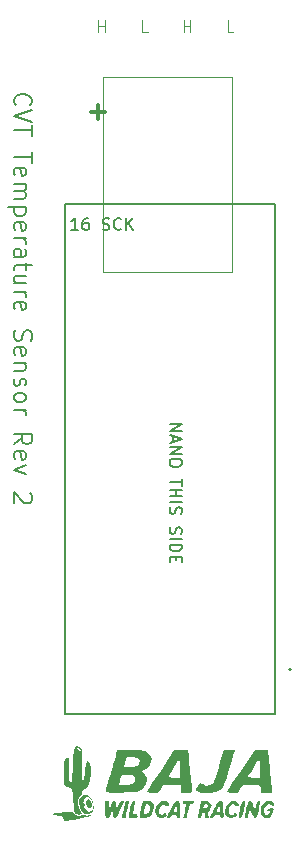
<source format=gbr>
%TF.GenerationSoftware,KiCad,Pcbnew,8.0.6*%
%TF.CreationDate,2025-02-26T18:57:19-07:00*%
%TF.ProjectId,Temperature Sensor,54656d70-6572-4617-9475-72652053656e,rev?*%
%TF.SameCoordinates,Original*%
%TF.FileFunction,Legend,Top*%
%TF.FilePolarity,Positive*%
%FSLAX46Y46*%
G04 Gerber Fmt 4.6, Leading zero omitted, Abs format (unit mm)*
G04 Created by KiCad (PCBNEW 8.0.6) date 2025-02-26 18:57:19*
%MOMM*%
%LPD*%
G01*
G04 APERTURE LIST*
%ADD10C,0.150000*%
%ADD11C,0.300000*%
%ADD12C,0.100000*%
%ADD13C,0.000000*%
%ADD14C,0.127000*%
%ADD15C,0.200000*%
G04 APERTURE END LIST*
D10*
X136860588Y-79369819D02*
X136289160Y-79369819D01*
X136574874Y-79369819D02*
X136574874Y-78369819D01*
X136574874Y-78369819D02*
X136479636Y-78512676D01*
X136479636Y-78512676D02*
X136384398Y-78607914D01*
X136384398Y-78607914D02*
X136289160Y-78655533D01*
X137717731Y-78369819D02*
X137527255Y-78369819D01*
X137527255Y-78369819D02*
X137432017Y-78417438D01*
X137432017Y-78417438D02*
X137384398Y-78465057D01*
X137384398Y-78465057D02*
X137289160Y-78607914D01*
X137289160Y-78607914D02*
X137241541Y-78798390D01*
X137241541Y-78798390D02*
X137241541Y-79179342D01*
X137241541Y-79179342D02*
X137289160Y-79274580D01*
X137289160Y-79274580D02*
X137336779Y-79322200D01*
X137336779Y-79322200D02*
X137432017Y-79369819D01*
X137432017Y-79369819D02*
X137622493Y-79369819D01*
X137622493Y-79369819D02*
X137717731Y-79322200D01*
X137717731Y-79322200D02*
X137765350Y-79274580D01*
X137765350Y-79274580D02*
X137812969Y-79179342D01*
X137812969Y-79179342D02*
X137812969Y-78941247D01*
X137812969Y-78941247D02*
X137765350Y-78846009D01*
X137765350Y-78846009D02*
X137717731Y-78798390D01*
X137717731Y-78798390D02*
X137622493Y-78750771D01*
X137622493Y-78750771D02*
X137432017Y-78750771D01*
X137432017Y-78750771D02*
X137336779Y-78798390D01*
X137336779Y-78798390D02*
X137289160Y-78846009D01*
X137289160Y-78846009D02*
X137241541Y-78941247D01*
X138955827Y-79322200D02*
X139098684Y-79369819D01*
X139098684Y-79369819D02*
X139336779Y-79369819D01*
X139336779Y-79369819D02*
X139432017Y-79322200D01*
X139432017Y-79322200D02*
X139479636Y-79274580D01*
X139479636Y-79274580D02*
X139527255Y-79179342D01*
X139527255Y-79179342D02*
X139527255Y-79084104D01*
X139527255Y-79084104D02*
X139479636Y-78988866D01*
X139479636Y-78988866D02*
X139432017Y-78941247D01*
X139432017Y-78941247D02*
X139336779Y-78893628D01*
X139336779Y-78893628D02*
X139146303Y-78846009D01*
X139146303Y-78846009D02*
X139051065Y-78798390D01*
X139051065Y-78798390D02*
X139003446Y-78750771D01*
X139003446Y-78750771D02*
X138955827Y-78655533D01*
X138955827Y-78655533D02*
X138955827Y-78560295D01*
X138955827Y-78560295D02*
X139003446Y-78465057D01*
X139003446Y-78465057D02*
X139051065Y-78417438D01*
X139051065Y-78417438D02*
X139146303Y-78369819D01*
X139146303Y-78369819D02*
X139384398Y-78369819D01*
X139384398Y-78369819D02*
X139527255Y-78417438D01*
X140527255Y-79274580D02*
X140479636Y-79322200D01*
X140479636Y-79322200D02*
X140336779Y-79369819D01*
X140336779Y-79369819D02*
X140241541Y-79369819D01*
X140241541Y-79369819D02*
X140098684Y-79322200D01*
X140098684Y-79322200D02*
X140003446Y-79226961D01*
X140003446Y-79226961D02*
X139955827Y-79131723D01*
X139955827Y-79131723D02*
X139908208Y-78941247D01*
X139908208Y-78941247D02*
X139908208Y-78798390D01*
X139908208Y-78798390D02*
X139955827Y-78607914D01*
X139955827Y-78607914D02*
X140003446Y-78512676D01*
X140003446Y-78512676D02*
X140098684Y-78417438D01*
X140098684Y-78417438D02*
X140241541Y-78369819D01*
X140241541Y-78369819D02*
X140336779Y-78369819D01*
X140336779Y-78369819D02*
X140479636Y-78417438D01*
X140479636Y-78417438D02*
X140527255Y-78465057D01*
X140955827Y-79369819D02*
X140955827Y-78369819D01*
X141527255Y-79369819D02*
X141098684Y-78798390D01*
X141527255Y-78369819D02*
X140955827Y-78941247D01*
X144630180Y-95836779D02*
X145630180Y-95836779D01*
X145630180Y-95836779D02*
X144630180Y-96408207D01*
X144630180Y-96408207D02*
X145630180Y-96408207D01*
X144915895Y-96836779D02*
X144915895Y-97312969D01*
X144630180Y-96741541D02*
X145630180Y-97074874D01*
X145630180Y-97074874D02*
X144630180Y-97408207D01*
X144630180Y-97741541D02*
X145630180Y-97741541D01*
X145630180Y-97741541D02*
X144630180Y-98312969D01*
X144630180Y-98312969D02*
X145630180Y-98312969D01*
X145630180Y-98979636D02*
X145630180Y-99170112D01*
X145630180Y-99170112D02*
X145582561Y-99265350D01*
X145582561Y-99265350D02*
X145487323Y-99360588D01*
X145487323Y-99360588D02*
X145296847Y-99408207D01*
X145296847Y-99408207D02*
X144963514Y-99408207D01*
X144963514Y-99408207D02*
X144773038Y-99360588D01*
X144773038Y-99360588D02*
X144677800Y-99265350D01*
X144677800Y-99265350D02*
X144630180Y-99170112D01*
X144630180Y-99170112D02*
X144630180Y-98979636D01*
X144630180Y-98979636D02*
X144677800Y-98884398D01*
X144677800Y-98884398D02*
X144773038Y-98789160D01*
X144773038Y-98789160D02*
X144963514Y-98741541D01*
X144963514Y-98741541D02*
X145296847Y-98741541D01*
X145296847Y-98741541D02*
X145487323Y-98789160D01*
X145487323Y-98789160D02*
X145582561Y-98884398D01*
X145582561Y-98884398D02*
X145630180Y-98979636D01*
X145630180Y-100455827D02*
X145630180Y-101027255D01*
X144630180Y-100741541D02*
X145630180Y-100741541D01*
X144630180Y-101360589D02*
X145630180Y-101360589D01*
X145153990Y-101360589D02*
X145153990Y-101932017D01*
X144630180Y-101932017D02*
X145630180Y-101932017D01*
X144630180Y-102408208D02*
X145630180Y-102408208D01*
X144677800Y-102836779D02*
X144630180Y-102979636D01*
X144630180Y-102979636D02*
X144630180Y-103217731D01*
X144630180Y-103217731D02*
X144677800Y-103312969D01*
X144677800Y-103312969D02*
X144725419Y-103360588D01*
X144725419Y-103360588D02*
X144820657Y-103408207D01*
X144820657Y-103408207D02*
X144915895Y-103408207D01*
X144915895Y-103408207D02*
X145011133Y-103360588D01*
X145011133Y-103360588D02*
X145058752Y-103312969D01*
X145058752Y-103312969D02*
X145106371Y-103217731D01*
X145106371Y-103217731D02*
X145153990Y-103027255D01*
X145153990Y-103027255D02*
X145201609Y-102932017D01*
X145201609Y-102932017D02*
X145249228Y-102884398D01*
X145249228Y-102884398D02*
X145344466Y-102836779D01*
X145344466Y-102836779D02*
X145439704Y-102836779D01*
X145439704Y-102836779D02*
X145534942Y-102884398D01*
X145534942Y-102884398D02*
X145582561Y-102932017D01*
X145582561Y-102932017D02*
X145630180Y-103027255D01*
X145630180Y-103027255D02*
X145630180Y-103265350D01*
X145630180Y-103265350D02*
X145582561Y-103408207D01*
X144677800Y-104551065D02*
X144630180Y-104693922D01*
X144630180Y-104693922D02*
X144630180Y-104932017D01*
X144630180Y-104932017D02*
X144677800Y-105027255D01*
X144677800Y-105027255D02*
X144725419Y-105074874D01*
X144725419Y-105074874D02*
X144820657Y-105122493D01*
X144820657Y-105122493D02*
X144915895Y-105122493D01*
X144915895Y-105122493D02*
X145011133Y-105074874D01*
X145011133Y-105074874D02*
X145058752Y-105027255D01*
X145058752Y-105027255D02*
X145106371Y-104932017D01*
X145106371Y-104932017D02*
X145153990Y-104741541D01*
X145153990Y-104741541D02*
X145201609Y-104646303D01*
X145201609Y-104646303D02*
X145249228Y-104598684D01*
X145249228Y-104598684D02*
X145344466Y-104551065D01*
X145344466Y-104551065D02*
X145439704Y-104551065D01*
X145439704Y-104551065D02*
X145534942Y-104598684D01*
X145534942Y-104598684D02*
X145582561Y-104646303D01*
X145582561Y-104646303D02*
X145630180Y-104741541D01*
X145630180Y-104741541D02*
X145630180Y-104979636D01*
X145630180Y-104979636D02*
X145582561Y-105122493D01*
X144630180Y-105551065D02*
X145630180Y-105551065D01*
X144630180Y-106027255D02*
X145630180Y-106027255D01*
X145630180Y-106027255D02*
X145630180Y-106265350D01*
X145630180Y-106265350D02*
X145582561Y-106408207D01*
X145582561Y-106408207D02*
X145487323Y-106503445D01*
X145487323Y-106503445D02*
X145392085Y-106551064D01*
X145392085Y-106551064D02*
X145201609Y-106598683D01*
X145201609Y-106598683D02*
X145058752Y-106598683D01*
X145058752Y-106598683D02*
X144868276Y-106551064D01*
X144868276Y-106551064D02*
X144773038Y-106503445D01*
X144773038Y-106503445D02*
X144677800Y-106408207D01*
X144677800Y-106408207D02*
X144630180Y-106265350D01*
X144630180Y-106265350D02*
X144630180Y-106027255D01*
X145153990Y-107027255D02*
X145153990Y-107360588D01*
X144630180Y-107503445D02*
X144630180Y-107027255D01*
X144630180Y-107027255D02*
X145630180Y-107027255D01*
X145630180Y-107027255D02*
X145630180Y-107503445D01*
D11*
X137994510Y-69369400D02*
X139137368Y-69369400D01*
X138565939Y-69940828D02*
X138565939Y-68797971D01*
D12*
X145803884Y-62622419D02*
X145803884Y-61622419D01*
X145803884Y-62098609D02*
X146375312Y-62098609D01*
X146375312Y-62622419D02*
X146375312Y-61622419D01*
X150030074Y-62622419D02*
X149553884Y-62622419D01*
X149553884Y-62622419D02*
X149553884Y-61622419D01*
X138553884Y-62622419D02*
X138553884Y-61622419D01*
X138553884Y-62098609D02*
X139125312Y-62098609D01*
X139125312Y-62622419D02*
X139125312Y-61622419D01*
D10*
X131584228Y-68812969D02*
X131512800Y-68741541D01*
X131512800Y-68741541D02*
X131441371Y-68527255D01*
X131441371Y-68527255D02*
X131441371Y-68384398D01*
X131441371Y-68384398D02*
X131512800Y-68170112D01*
X131512800Y-68170112D02*
X131655657Y-68027255D01*
X131655657Y-68027255D02*
X131798514Y-67955826D01*
X131798514Y-67955826D02*
X132084228Y-67884398D01*
X132084228Y-67884398D02*
X132298514Y-67884398D01*
X132298514Y-67884398D02*
X132584228Y-67955826D01*
X132584228Y-67955826D02*
X132727085Y-68027255D01*
X132727085Y-68027255D02*
X132869942Y-68170112D01*
X132869942Y-68170112D02*
X132941371Y-68384398D01*
X132941371Y-68384398D02*
X132941371Y-68527255D01*
X132941371Y-68527255D02*
X132869942Y-68741541D01*
X132869942Y-68741541D02*
X132798514Y-68812969D01*
X132941371Y-69241541D02*
X131441371Y-69741541D01*
X131441371Y-69741541D02*
X132941371Y-70241541D01*
X132941371Y-70527255D02*
X132941371Y-71384398D01*
X131441371Y-70955826D02*
X132941371Y-70955826D01*
X132941371Y-72812969D02*
X132941371Y-73670112D01*
X131441371Y-73241540D02*
X132941371Y-73241540D01*
X131512800Y-74741540D02*
X131441371Y-74598683D01*
X131441371Y-74598683D02*
X131441371Y-74312969D01*
X131441371Y-74312969D02*
X131512800Y-74170111D01*
X131512800Y-74170111D02*
X131655657Y-74098683D01*
X131655657Y-74098683D02*
X132227085Y-74098683D01*
X132227085Y-74098683D02*
X132369942Y-74170111D01*
X132369942Y-74170111D02*
X132441371Y-74312969D01*
X132441371Y-74312969D02*
X132441371Y-74598683D01*
X132441371Y-74598683D02*
X132369942Y-74741540D01*
X132369942Y-74741540D02*
X132227085Y-74812969D01*
X132227085Y-74812969D02*
X132084228Y-74812969D01*
X132084228Y-74812969D02*
X131941371Y-74098683D01*
X131441371Y-75455825D02*
X132441371Y-75455825D01*
X132298514Y-75455825D02*
X132369942Y-75527254D01*
X132369942Y-75527254D02*
X132441371Y-75670111D01*
X132441371Y-75670111D02*
X132441371Y-75884397D01*
X132441371Y-75884397D02*
X132369942Y-76027254D01*
X132369942Y-76027254D02*
X132227085Y-76098683D01*
X132227085Y-76098683D02*
X131441371Y-76098683D01*
X132227085Y-76098683D02*
X132369942Y-76170111D01*
X132369942Y-76170111D02*
X132441371Y-76312968D01*
X132441371Y-76312968D02*
X132441371Y-76527254D01*
X132441371Y-76527254D02*
X132369942Y-76670111D01*
X132369942Y-76670111D02*
X132227085Y-76741540D01*
X132227085Y-76741540D02*
X131441371Y-76741540D01*
X132441371Y-77455825D02*
X130941371Y-77455825D01*
X132369942Y-77455825D02*
X132441371Y-77598683D01*
X132441371Y-77598683D02*
X132441371Y-77884397D01*
X132441371Y-77884397D02*
X132369942Y-78027254D01*
X132369942Y-78027254D02*
X132298514Y-78098683D01*
X132298514Y-78098683D02*
X132155657Y-78170111D01*
X132155657Y-78170111D02*
X131727085Y-78170111D01*
X131727085Y-78170111D02*
X131584228Y-78098683D01*
X131584228Y-78098683D02*
X131512800Y-78027254D01*
X131512800Y-78027254D02*
X131441371Y-77884397D01*
X131441371Y-77884397D02*
X131441371Y-77598683D01*
X131441371Y-77598683D02*
X131512800Y-77455825D01*
X131512800Y-79384397D02*
X131441371Y-79241540D01*
X131441371Y-79241540D02*
X131441371Y-78955826D01*
X131441371Y-78955826D02*
X131512800Y-78812968D01*
X131512800Y-78812968D02*
X131655657Y-78741540D01*
X131655657Y-78741540D02*
X132227085Y-78741540D01*
X132227085Y-78741540D02*
X132369942Y-78812968D01*
X132369942Y-78812968D02*
X132441371Y-78955826D01*
X132441371Y-78955826D02*
X132441371Y-79241540D01*
X132441371Y-79241540D02*
X132369942Y-79384397D01*
X132369942Y-79384397D02*
X132227085Y-79455826D01*
X132227085Y-79455826D02*
X132084228Y-79455826D01*
X132084228Y-79455826D02*
X131941371Y-78741540D01*
X131441371Y-80098682D02*
X132441371Y-80098682D01*
X132155657Y-80098682D02*
X132298514Y-80170111D01*
X132298514Y-80170111D02*
X132369942Y-80241540D01*
X132369942Y-80241540D02*
X132441371Y-80384397D01*
X132441371Y-80384397D02*
X132441371Y-80527254D01*
X131441371Y-81670111D02*
X132227085Y-81670111D01*
X132227085Y-81670111D02*
X132369942Y-81598682D01*
X132369942Y-81598682D02*
X132441371Y-81455825D01*
X132441371Y-81455825D02*
X132441371Y-81170111D01*
X132441371Y-81170111D02*
X132369942Y-81027253D01*
X131512800Y-81670111D02*
X131441371Y-81527253D01*
X131441371Y-81527253D02*
X131441371Y-81170111D01*
X131441371Y-81170111D02*
X131512800Y-81027253D01*
X131512800Y-81027253D02*
X131655657Y-80955825D01*
X131655657Y-80955825D02*
X131798514Y-80955825D01*
X131798514Y-80955825D02*
X131941371Y-81027253D01*
X131941371Y-81027253D02*
X132012800Y-81170111D01*
X132012800Y-81170111D02*
X132012800Y-81527253D01*
X132012800Y-81527253D02*
X132084228Y-81670111D01*
X132441371Y-82170111D02*
X132441371Y-82741539D01*
X132941371Y-82384396D02*
X131655657Y-82384396D01*
X131655657Y-82384396D02*
X131512800Y-82455825D01*
X131512800Y-82455825D02*
X131441371Y-82598682D01*
X131441371Y-82598682D02*
X131441371Y-82741539D01*
X132441371Y-83884397D02*
X131441371Y-83884397D01*
X132441371Y-83241539D02*
X131655657Y-83241539D01*
X131655657Y-83241539D02*
X131512800Y-83312968D01*
X131512800Y-83312968D02*
X131441371Y-83455825D01*
X131441371Y-83455825D02*
X131441371Y-83670111D01*
X131441371Y-83670111D02*
X131512800Y-83812968D01*
X131512800Y-83812968D02*
X131584228Y-83884397D01*
X131441371Y-84598682D02*
X132441371Y-84598682D01*
X132155657Y-84598682D02*
X132298514Y-84670111D01*
X132298514Y-84670111D02*
X132369942Y-84741540D01*
X132369942Y-84741540D02*
X132441371Y-84884397D01*
X132441371Y-84884397D02*
X132441371Y-85027254D01*
X131512800Y-86098682D02*
X131441371Y-85955825D01*
X131441371Y-85955825D02*
X131441371Y-85670111D01*
X131441371Y-85670111D02*
X131512800Y-85527253D01*
X131512800Y-85527253D02*
X131655657Y-85455825D01*
X131655657Y-85455825D02*
X132227085Y-85455825D01*
X132227085Y-85455825D02*
X132369942Y-85527253D01*
X132369942Y-85527253D02*
X132441371Y-85670111D01*
X132441371Y-85670111D02*
X132441371Y-85955825D01*
X132441371Y-85955825D02*
X132369942Y-86098682D01*
X132369942Y-86098682D02*
X132227085Y-86170111D01*
X132227085Y-86170111D02*
X132084228Y-86170111D01*
X132084228Y-86170111D02*
X131941371Y-85455825D01*
X131512800Y-87884396D02*
X131441371Y-88098682D01*
X131441371Y-88098682D02*
X131441371Y-88455824D01*
X131441371Y-88455824D02*
X131512800Y-88598682D01*
X131512800Y-88598682D02*
X131584228Y-88670110D01*
X131584228Y-88670110D02*
X131727085Y-88741539D01*
X131727085Y-88741539D02*
X131869942Y-88741539D01*
X131869942Y-88741539D02*
X132012800Y-88670110D01*
X132012800Y-88670110D02*
X132084228Y-88598682D01*
X132084228Y-88598682D02*
X132155657Y-88455824D01*
X132155657Y-88455824D02*
X132227085Y-88170110D01*
X132227085Y-88170110D02*
X132298514Y-88027253D01*
X132298514Y-88027253D02*
X132369942Y-87955824D01*
X132369942Y-87955824D02*
X132512800Y-87884396D01*
X132512800Y-87884396D02*
X132655657Y-87884396D01*
X132655657Y-87884396D02*
X132798514Y-87955824D01*
X132798514Y-87955824D02*
X132869942Y-88027253D01*
X132869942Y-88027253D02*
X132941371Y-88170110D01*
X132941371Y-88170110D02*
X132941371Y-88527253D01*
X132941371Y-88527253D02*
X132869942Y-88741539D01*
X131512800Y-89955824D02*
X131441371Y-89812967D01*
X131441371Y-89812967D02*
X131441371Y-89527253D01*
X131441371Y-89527253D02*
X131512800Y-89384395D01*
X131512800Y-89384395D02*
X131655657Y-89312967D01*
X131655657Y-89312967D02*
X132227085Y-89312967D01*
X132227085Y-89312967D02*
X132369942Y-89384395D01*
X132369942Y-89384395D02*
X132441371Y-89527253D01*
X132441371Y-89527253D02*
X132441371Y-89812967D01*
X132441371Y-89812967D02*
X132369942Y-89955824D01*
X132369942Y-89955824D02*
X132227085Y-90027253D01*
X132227085Y-90027253D02*
X132084228Y-90027253D01*
X132084228Y-90027253D02*
X131941371Y-89312967D01*
X132441371Y-90670109D02*
X131441371Y-90670109D01*
X132298514Y-90670109D02*
X132369942Y-90741538D01*
X132369942Y-90741538D02*
X132441371Y-90884395D01*
X132441371Y-90884395D02*
X132441371Y-91098681D01*
X132441371Y-91098681D02*
X132369942Y-91241538D01*
X132369942Y-91241538D02*
X132227085Y-91312967D01*
X132227085Y-91312967D02*
X131441371Y-91312967D01*
X131512800Y-91955824D02*
X131441371Y-92098681D01*
X131441371Y-92098681D02*
X131441371Y-92384395D01*
X131441371Y-92384395D02*
X131512800Y-92527252D01*
X131512800Y-92527252D02*
X131655657Y-92598681D01*
X131655657Y-92598681D02*
X131727085Y-92598681D01*
X131727085Y-92598681D02*
X131869942Y-92527252D01*
X131869942Y-92527252D02*
X131941371Y-92384395D01*
X131941371Y-92384395D02*
X131941371Y-92170110D01*
X131941371Y-92170110D02*
X132012800Y-92027252D01*
X132012800Y-92027252D02*
X132155657Y-91955824D01*
X132155657Y-91955824D02*
X132227085Y-91955824D01*
X132227085Y-91955824D02*
X132369942Y-92027252D01*
X132369942Y-92027252D02*
X132441371Y-92170110D01*
X132441371Y-92170110D02*
X132441371Y-92384395D01*
X132441371Y-92384395D02*
X132369942Y-92527252D01*
X131441371Y-93455824D02*
X131512800Y-93312967D01*
X131512800Y-93312967D02*
X131584228Y-93241538D01*
X131584228Y-93241538D02*
X131727085Y-93170110D01*
X131727085Y-93170110D02*
X132155657Y-93170110D01*
X132155657Y-93170110D02*
X132298514Y-93241538D01*
X132298514Y-93241538D02*
X132369942Y-93312967D01*
X132369942Y-93312967D02*
X132441371Y-93455824D01*
X132441371Y-93455824D02*
X132441371Y-93670110D01*
X132441371Y-93670110D02*
X132369942Y-93812967D01*
X132369942Y-93812967D02*
X132298514Y-93884396D01*
X132298514Y-93884396D02*
X132155657Y-93955824D01*
X132155657Y-93955824D02*
X131727085Y-93955824D01*
X131727085Y-93955824D02*
X131584228Y-93884396D01*
X131584228Y-93884396D02*
X131512800Y-93812967D01*
X131512800Y-93812967D02*
X131441371Y-93670110D01*
X131441371Y-93670110D02*
X131441371Y-93455824D01*
X131441371Y-94598681D02*
X132441371Y-94598681D01*
X132155657Y-94598681D02*
X132298514Y-94670110D01*
X132298514Y-94670110D02*
X132369942Y-94741539D01*
X132369942Y-94741539D02*
X132441371Y-94884396D01*
X132441371Y-94884396D02*
X132441371Y-95027253D01*
X131441371Y-97527252D02*
X132155657Y-97027252D01*
X131441371Y-96670109D02*
X132941371Y-96670109D01*
X132941371Y-96670109D02*
X132941371Y-97241538D01*
X132941371Y-97241538D02*
X132869942Y-97384395D01*
X132869942Y-97384395D02*
X132798514Y-97455824D01*
X132798514Y-97455824D02*
X132655657Y-97527252D01*
X132655657Y-97527252D02*
X132441371Y-97527252D01*
X132441371Y-97527252D02*
X132298514Y-97455824D01*
X132298514Y-97455824D02*
X132227085Y-97384395D01*
X132227085Y-97384395D02*
X132155657Y-97241538D01*
X132155657Y-97241538D02*
X132155657Y-96670109D01*
X131512800Y-98741538D02*
X131441371Y-98598681D01*
X131441371Y-98598681D02*
X131441371Y-98312967D01*
X131441371Y-98312967D02*
X131512800Y-98170109D01*
X131512800Y-98170109D02*
X131655657Y-98098681D01*
X131655657Y-98098681D02*
X132227085Y-98098681D01*
X132227085Y-98098681D02*
X132369942Y-98170109D01*
X132369942Y-98170109D02*
X132441371Y-98312967D01*
X132441371Y-98312967D02*
X132441371Y-98598681D01*
X132441371Y-98598681D02*
X132369942Y-98741538D01*
X132369942Y-98741538D02*
X132227085Y-98812967D01*
X132227085Y-98812967D02*
X132084228Y-98812967D01*
X132084228Y-98812967D02*
X131941371Y-98098681D01*
X132441371Y-99312966D02*
X131441371Y-99670109D01*
X131441371Y-99670109D02*
X132441371Y-100027252D01*
X132798514Y-101670109D02*
X132869942Y-101741537D01*
X132869942Y-101741537D02*
X132941371Y-101884395D01*
X132941371Y-101884395D02*
X132941371Y-102241537D01*
X132941371Y-102241537D02*
X132869942Y-102384395D01*
X132869942Y-102384395D02*
X132798514Y-102455823D01*
X132798514Y-102455823D02*
X132655657Y-102527252D01*
X132655657Y-102527252D02*
X132512800Y-102527252D01*
X132512800Y-102527252D02*
X132298514Y-102455823D01*
X132298514Y-102455823D02*
X131441371Y-101598680D01*
X131441371Y-101598680D02*
X131441371Y-102527252D01*
D12*
X142780074Y-62622419D02*
X142303884Y-62622419D01*
X142303884Y-62622419D02*
X142303884Y-61622419D01*
%TO.C,UNIT_3*%
X149940000Y-82920000D02*
X138940000Y-82920000D01*
X138940000Y-66420000D01*
X149940000Y-66420000D01*
X149940000Y-82920000D01*
D13*
%TO.C,G\u002A\u002A\u002A*%
G36*
X137849652Y-127636464D02*
G01*
X137952118Y-127777298D01*
X138018304Y-127960629D01*
X138027709Y-128144405D01*
X138021552Y-128175236D01*
X137947244Y-128311477D01*
X137836831Y-128339719D01*
X137715052Y-128263076D01*
X137624596Y-128125262D01*
X137560159Y-127916250D01*
X137565658Y-127735397D01*
X137634994Y-127613829D01*
X137731409Y-127580174D01*
X137849652Y-127636464D01*
G37*
G36*
X150957772Y-127710167D02*
G01*
X151000893Y-127733375D01*
X151016623Y-127796401D01*
X151004794Y-127919164D01*
X150965236Y-128121582D01*
X150897780Y-128423575D01*
X150880710Y-128498628D01*
X150811382Y-128789312D01*
X150755864Y-128977888D01*
X150704498Y-129086742D01*
X150647628Y-129138258D01*
X150598720Y-129152286D01*
X150487800Y-129137686D01*
X150460848Y-129090987D01*
X150473704Y-128997978D01*
X150508416Y-128811267D01*
X150559204Y-128560781D01*
X150602392Y-128358152D01*
X150668095Y-128066411D01*
X150719312Y-127877234D01*
X150765593Y-127768802D01*
X150816485Y-127719297D01*
X150881539Y-127706900D01*
X150887429Y-127706858D01*
X150957772Y-127710167D01*
G37*
G36*
X141177322Y-127727591D02*
G01*
X141191738Y-127803555D01*
X141187817Y-127817706D01*
X141160754Y-127922660D01*
X141116800Y-128109133D01*
X141063203Y-128344470D01*
X141007209Y-128596015D01*
X140956066Y-128831116D01*
X140917021Y-129017117D01*
X140897322Y-129121364D01*
X140896260Y-129131374D01*
X140841788Y-129155475D01*
X140733637Y-129163716D01*
X140616641Y-129143443D01*
X140598012Y-129069312D01*
X140602080Y-129052868D01*
X140628619Y-128945621D01*
X140674686Y-128747498D01*
X140732705Y-128491373D01*
X140769902Y-128324439D01*
X140834346Y-128042866D01*
X140884311Y-127862884D01*
X140930543Y-127761936D01*
X140983785Y-127717465D01*
X141054783Y-127706916D01*
X141064082Y-127706858D01*
X141177322Y-127727591D01*
G37*
G36*
X141653362Y-127712554D02*
G01*
X141696825Y-127744190D01*
X141707361Y-127823590D01*
X141685737Y-127972575D01*
X141632717Y-128212970D01*
X141598979Y-128356110D01*
X141482584Y-128847007D01*
X141696155Y-128847007D01*
X141842541Y-128859929D01*
X141900974Y-128917304D01*
X141909726Y-129005361D01*
X141901679Y-129093123D01*
X141857707Y-129140506D01*
X141748062Y-129159904D01*
X141542997Y-129163712D01*
X141529676Y-129163716D01*
X141287307Y-129151845D01*
X141166002Y-129115773D01*
X141149626Y-129086581D01*
X141162463Y-128995507D01*
X141197129Y-128810476D01*
X141247856Y-128561170D01*
X141291170Y-128358152D01*
X141356873Y-128066411D01*
X141408090Y-127877234D01*
X141454371Y-127768802D01*
X141505263Y-127719297D01*
X141570317Y-127706900D01*
X141576207Y-127706858D01*
X141653362Y-127712554D01*
G37*
G36*
X144355407Y-127763633D02*
G01*
X144443392Y-127833541D01*
X144547560Y-127985184D01*
X144550654Y-128099614D01*
X144474880Y-128152403D01*
X144342443Y-128119121D01*
X144247058Y-128049528D01*
X144098141Y-127977697D01*
X143954755Y-128026957D01*
X143827040Y-128191798D01*
X143776174Y-128305366D01*
X143715237Y-128550847D01*
X143729779Y-128740533D01*
X143809125Y-128857390D01*
X143942601Y-128884384D01*
X144098129Y-128819119D01*
X144211454Y-128759435D01*
X144284349Y-128781512D01*
X144324681Y-128824942D01*
X144368261Y-128909187D01*
X144322552Y-128989776D01*
X144260131Y-129044292D01*
X144049326Y-129144385D01*
X143813944Y-129150905D01*
X143604556Y-129064512D01*
X143569319Y-129035279D01*
X143428107Y-128843057D01*
X143386300Y-128608739D01*
X143430330Y-128338771D01*
X143547546Y-128066995D01*
X143721576Y-127862165D01*
X143929506Y-127735709D01*
X144148421Y-127699056D01*
X144355407Y-127763633D01*
G37*
G36*
X146455012Y-127710389D02*
G01*
X146586365Y-127726268D01*
X146645695Y-127762426D01*
X146660296Y-127826793D01*
X146660350Y-127833541D01*
X146622098Y-127933843D01*
X146506264Y-127960224D01*
X146432972Y-127963375D01*
X146379725Y-127986870D01*
X146336976Y-128051777D01*
X146295178Y-128179164D01*
X146244782Y-128390095D01*
X146183314Y-128672818D01*
X146126885Y-128919055D01*
X146079861Y-129065891D01*
X146028931Y-129138555D01*
X145960786Y-129162278D01*
X145924355Y-129163716D01*
X145813600Y-129143279D01*
X145796567Y-129058646D01*
X145803985Y-129021197D01*
X145894675Y-128625710D01*
X145959176Y-128339808D01*
X146000488Y-128149800D01*
X146021610Y-128041995D01*
X146025997Y-128007730D01*
X145972666Y-127971517D01*
X145874509Y-127960224D01*
X145764316Y-127939117D01*
X145749775Y-127856875D01*
X145755213Y-127833541D01*
X145787817Y-127765898D01*
X145860819Y-127727535D01*
X146003640Y-127710508D01*
X146224346Y-127706858D01*
X146455012Y-127710389D01*
G37*
G36*
X150205096Y-127742300D02*
G01*
X150356917Y-127829925D01*
X150468548Y-127941676D01*
X150506446Y-128049500D01*
X150495417Y-128082218D01*
X150396028Y-128144352D01*
X150269040Y-128132874D01*
X150184576Y-128055237D01*
X150100219Y-127967430D01*
X149974280Y-127974556D01*
X149838520Y-128068257D01*
X149763396Y-128166085D01*
X149670025Y-128385006D01*
X149641540Y-128603717D01*
X149680018Y-128780775D01*
X149729380Y-128844485D01*
X149842465Y-128884712D01*
X149973941Y-128871813D01*
X150066737Y-128816721D01*
X150080798Y-128777169D01*
X150125728Y-128751538D01*
X150205123Y-128782403D01*
X150293289Y-128874702D01*
X150264332Y-128980865D01*
X150123867Y-129083372D01*
X150106004Y-129091794D01*
X149839435Y-129159628D01*
X149606387Y-129106038D01*
X149476174Y-129008241D01*
X149350908Y-128802172D01*
X149319253Y-128555500D01*
X149368684Y-128296792D01*
X149486681Y-128054615D01*
X149660720Y-127857537D01*
X149878280Y-127734126D01*
X150046628Y-127706858D01*
X150205096Y-127742300D01*
G37*
G36*
X142975056Y-127751421D02*
G01*
X143177429Y-127882283D01*
X143285523Y-128095199D01*
X143303144Y-128258218D01*
X143247337Y-128592767D01*
X143089807Y-128862710D01*
X142844941Y-129054103D01*
X142527127Y-129152999D01*
X142368953Y-129163617D01*
X142193751Y-129152678D01*
X142114195Y-129111540D01*
X142099392Y-129052868D01*
X142112518Y-128945842D01*
X142144865Y-128766204D01*
X142433913Y-128766204D01*
X142444479Y-128837209D01*
X142529849Y-128853361D01*
X142654426Y-128821932D01*
X142782609Y-128750198D01*
X142855253Y-128680111D01*
X142954477Y-128490956D01*
X142985750Y-128289455D01*
X142948515Y-128117257D01*
X142864015Y-128025794D01*
X142736988Y-127972621D01*
X142653865Y-127991367D01*
X142595221Y-128099848D01*
X142541636Y-128315878D01*
X142540193Y-128322813D01*
X142494047Y-128533908D01*
X142453644Y-128699647D01*
X142433913Y-128766204D01*
X142144865Y-128766204D01*
X142148116Y-128748149D01*
X142200022Y-128492524D01*
X142236546Y-128324439D01*
X142374058Y-127706858D01*
X142683175Y-127706858D01*
X142975056Y-127751421D01*
G37*
G36*
X136345947Y-128652296D02*
G01*
X136418434Y-128672053D01*
X136445154Y-128703547D01*
X136518528Y-128783546D01*
X136663031Y-128881410D01*
X136723672Y-128914410D01*
X136885997Y-128989091D01*
X136990873Y-129003137D01*
X137089953Y-128960302D01*
X137117041Y-128943004D01*
X137255371Y-128881889D01*
X137407855Y-128897756D01*
X137466389Y-128916556D01*
X137659112Y-128954340D01*
X137831507Y-128945843D01*
X137950525Y-128933125D01*
X137969132Y-128982256D01*
X137903991Y-129011441D01*
X137737934Y-129056111D01*
X137495119Y-129111618D01*
X137199703Y-129173312D01*
X136875844Y-129236546D01*
X136547700Y-129296670D01*
X136239427Y-129349035D01*
X135975184Y-129388994D01*
X135779128Y-129411897D01*
X135718080Y-129415433D01*
X135660116Y-129361051D01*
X135638903Y-129231548D01*
X135630182Y-129125834D01*
X135584171Y-129061557D01*
X135471100Y-129017868D01*
X135274689Y-128976489D01*
X135036477Y-128927714D01*
X134819257Y-128877779D01*
X134720449Y-128851781D01*
X134530424Y-128796598D01*
X134720449Y-128786449D01*
X134858300Y-128775849D01*
X135088728Y-128754754D01*
X135378367Y-128726328D01*
X135661407Y-128697166D01*
X135987874Y-128665019D01*
X136209240Y-128650007D01*
X136345947Y-128652296D01*
G37*
G36*
X153207495Y-127742935D02*
G01*
X153375410Y-127833063D01*
X153483010Y-127950087D01*
X153501247Y-128016789D01*
X153451670Y-128093228D01*
X153337711Y-128114441D01*
X153211533Y-128074864D01*
X153179918Y-128051055D01*
X153028503Y-127980662D01*
X152877139Y-128029111D01*
X152742338Y-128189636D01*
X152715589Y-128241327D01*
X152639537Y-128471473D01*
X152630229Y-128672378D01*
X152676953Y-128824111D01*
X152768995Y-128906737D01*
X152895641Y-128900323D01*
X153021661Y-128810812D01*
X153111341Y-128687080D01*
X153088575Y-128612850D01*
X152989870Y-128593641D01*
X152888897Y-128559520D01*
X152879568Y-128482793D01*
X152943683Y-128411780D01*
X153075882Y-128362808D01*
X153231617Y-128341225D01*
X153366340Y-128352378D01*
X153435500Y-128401615D01*
X153437552Y-128415809D01*
X153405842Y-128622543D01*
X153327210Y-128839370D01*
X153224056Y-129012192D01*
X153167983Y-129066836D01*
X152961031Y-129149870D01*
X152731289Y-129151880D01*
X152533045Y-129075121D01*
X152489392Y-129038643D01*
X152357929Y-128827212D01*
X152318562Y-128574919D01*
X152359741Y-128310680D01*
X152469916Y-128063412D01*
X152637538Y-127862034D01*
X152851057Y-127735463D01*
X153021312Y-127706858D01*
X153207495Y-127742935D01*
G37*
G36*
X149020255Y-127711094D02*
G01*
X149075902Y-127740704D01*
X149109440Y-127821035D01*
X149131580Y-127977438D01*
X149152577Y-128229426D01*
X149179115Y-128592223D01*
X149191882Y-128847467D01*
X149189332Y-129013698D01*
X149169920Y-129109457D01*
X149132102Y-129153283D01*
X149074720Y-129163716D01*
X148963260Y-129110216D01*
X148922296Y-129037032D01*
X148860142Y-128943914D01*
X148718542Y-128911192D01*
X148676778Y-128910349D01*
X148476818Y-128951378D01*
X148385274Y-129037032D01*
X148299995Y-129113591D01*
X148184156Y-129161837D01*
X148086407Y-129167976D01*
X148053866Y-129130990D01*
X148080670Y-129064998D01*
X148153762Y-128908936D01*
X148262158Y-128685732D01*
X148304179Y-128601063D01*
X148636469Y-128601063D01*
X148699482Y-128652436D01*
X148750624Y-128656982D01*
X148827915Y-128639735D01*
X148864952Y-128566822D01*
X148874827Y-128406490D01*
X148874652Y-128356110D01*
X148871997Y-128055237D01*
X148750624Y-128276932D01*
X148653516Y-128480771D01*
X148636469Y-128601063D01*
X148304179Y-128601063D01*
X148394876Y-128418316D01*
X148402774Y-128402561D01*
X148551753Y-128109899D01*
X148660391Y-127912891D01*
X148742897Y-127792850D01*
X148813479Y-127731094D01*
X148886344Y-127708936D01*
X148931790Y-127706858D01*
X149020255Y-127711094D01*
G37*
G36*
X149898150Y-123401721D02*
G01*
X150065337Y-123407262D01*
X150142270Y-123415129D01*
X150144140Y-123416644D01*
X150127466Y-123479681D01*
X150080685Y-123647311D01*
X150008653Y-123902368D01*
X149916231Y-124227683D01*
X149808276Y-124606089D01*
X149738362Y-124850451D01*
X149582521Y-125382819D01*
X149448838Y-125807019D01*
X149329880Y-126138063D01*
X149218217Y-126390961D01*
X149106415Y-126580724D01*
X148987042Y-126722365D01*
X148852667Y-126830894D01*
X148718953Y-126909446D01*
X148456025Y-127000201D01*
X148117854Y-127052140D01*
X147750230Y-127063864D01*
X147398940Y-127033978D01*
X147109773Y-126961085D01*
X147103741Y-126958702D01*
X146916407Y-126865394D01*
X146838881Y-126764133D01*
X146866817Y-126630738D01*
X146995866Y-126441029D01*
X147007933Y-126425820D01*
X147181857Y-126207847D01*
X147412001Y-126327931D01*
X147687388Y-126414257D01*
X147965738Y-126404053D01*
X148207034Y-126301420D01*
X148280828Y-126238895D01*
X148370625Y-126097107D01*
X148478204Y-125835965D01*
X148604411Y-125453245D01*
X148686906Y-125173192D01*
X148791264Y-124807909D01*
X148895130Y-124445829D01*
X148988072Y-124123224D01*
X149059658Y-123876365D01*
X149074036Y-123827182D01*
X149199380Y-123399626D01*
X149671760Y-123399626D01*
X149898150Y-123401721D01*
G37*
G36*
X147894099Y-127748215D02*
G01*
X148083145Y-127860966D01*
X148173425Y-128028130D01*
X148155549Y-128232728D01*
X148026619Y-128450148D01*
X147925582Y-128600187D01*
X147896407Y-128755876D01*
X147908276Y-128898399D01*
X147924104Y-129065560D01*
X147902887Y-129142472D01*
X147831572Y-129163277D01*
X147806851Y-129163716D01*
X147716757Y-129152912D01*
X147660095Y-129099956D01*
X147616109Y-128974027D01*
X147582887Y-128831172D01*
X147524409Y-128689744D01*
X147449901Y-128663998D01*
X147378440Y-128747896D01*
X147332784Y-128910349D01*
X147287711Y-129084899D01*
X147217174Y-129157642D01*
X147176891Y-129163716D01*
X147059293Y-129145195D01*
X147023650Y-129125852D01*
X147003638Y-129038899D01*
X147008833Y-129015004D01*
X147031644Y-128924952D01*
X147074387Y-128741645D01*
X147130025Y-128495607D01*
X147168023Y-128324439D01*
X147188040Y-128233634D01*
X147484761Y-128233634D01*
X147514568Y-128316056D01*
X147626184Y-128331717D01*
X147657980Y-128328646D01*
X147788545Y-128288213D01*
X147831059Y-128185394D01*
X147832170Y-128151117D01*
X147789799Y-128011824D01*
X147713077Y-127970695D01*
X147579793Y-127998595D01*
X147499208Y-128125276D01*
X147484761Y-128233634D01*
X147188040Y-128233634D01*
X147304165Y-127706858D01*
X147615674Y-127706858D01*
X147894099Y-127748215D01*
G37*
G36*
X151519941Y-127723388D02*
G01*
X151583573Y-127790112D01*
X151644939Y-127932729D01*
X151707912Y-128134414D01*
X151833036Y-128561970D01*
X151926971Y-128150249D01*
X151986169Y-127921561D01*
X152042690Y-127790953D01*
X152111274Y-127731026D01*
X152159331Y-127718288D01*
X152233310Y-127716029D01*
X152276722Y-127747477D01*
X152289397Y-127830839D01*
X152271162Y-127984318D01*
X152221847Y-128226121D01*
X152151692Y-128530299D01*
X152081666Y-128812673D01*
X152025217Y-128993494D01*
X151972052Y-129095621D01*
X151911875Y-129141914D01*
X151871774Y-129151901D01*
X151789399Y-129146721D01*
X151728109Y-129085418D01*
X151669708Y-128942006D01*
X151627850Y-128803521D01*
X151551761Y-128550162D01*
X151496906Y-128416361D01*
X151452837Y-128399017D01*
X151409105Y-128495031D01*
X151355263Y-128701303D01*
X151350502Y-128721231D01*
X151289471Y-128948643D01*
X151232101Y-129078492D01*
X151162959Y-129138447D01*
X151110100Y-129152286D01*
X150999437Y-129154345D01*
X150967581Y-129135780D01*
X150980669Y-129058443D01*
X151015105Y-128890410D01*
X151063653Y-128664399D01*
X151119075Y-128413129D01*
X151174135Y-128169319D01*
X151221594Y-127965687D01*
X151254215Y-127834953D01*
X151259139Y-127817706D01*
X151343921Y-127727923D01*
X151437807Y-127706858D01*
X151519941Y-127723388D01*
G37*
G36*
X145354643Y-127711107D02*
G01*
X145408252Y-127740275D01*
X145441187Y-127818989D01*
X145463014Y-127971880D01*
X145483299Y-128223576D01*
X145486048Y-128261097D01*
X145506080Y-128533217D01*
X145523968Y-128773392D01*
X145536689Y-128941114D01*
X145539240Y-128973691D01*
X145519935Y-129100691D01*
X145416230Y-129151256D01*
X145409352Y-129152286D01*
X145297774Y-129140286D01*
X145266836Y-129042935D01*
X145266833Y-129041438D01*
X145246616Y-128955406D01*
X145163362Y-128917712D01*
X145017735Y-128910349D01*
X144841299Y-128926609D01*
X144751921Y-128986097D01*
X144728429Y-129037032D01*
X144635414Y-129143488D01*
X144534136Y-129163716D01*
X144417047Y-129149876D01*
X144380050Y-129124370D01*
X144407659Y-129056122D01*
X144482929Y-128898830D01*
X144594523Y-128675558D01*
X144619647Y-128626593D01*
X144950125Y-128626593D01*
X145000272Y-128654116D01*
X145106475Y-128653165D01*
X145202375Y-128627878D01*
X145224602Y-128609476D01*
X145233043Y-128521944D01*
X145218910Y-128362313D01*
X145210704Y-128308603D01*
X145168219Y-128055237D01*
X145059172Y-128325721D01*
X144994139Y-128493066D01*
X144955129Y-128605100D01*
X144950125Y-128626593D01*
X144619647Y-128626593D01*
X144731106Y-128409368D01*
X144738079Y-128395941D01*
X144891775Y-128104899D01*
X145004062Y-127909122D01*
X145089247Y-127790101D01*
X145161639Y-127729327D01*
X145235547Y-127708294D01*
X145270797Y-127706858D01*
X145354643Y-127711107D01*
G37*
G36*
X137803441Y-127314439D02*
G01*
X137867941Y-127374314D01*
X138042033Y-127592816D01*
X138148656Y-127793801D01*
X138172569Y-127906140D01*
X138147997Y-127902915D01*
X138084904Y-127807717D01*
X138030050Y-127705688D01*
X137882489Y-127484224D01*
X137731488Y-127389083D01*
X137578950Y-127397257D01*
X137452654Y-127470507D01*
X137393586Y-127578987D01*
X137399640Y-127630724D01*
X137377792Y-127728800D01*
X137309566Y-127805069D01*
X137240647Y-127866623D01*
X137276105Y-127867452D01*
X137293297Y-127861785D01*
X137380295Y-127883497D01*
X137438207Y-127980203D01*
X137448020Y-128100616D01*
X137410395Y-128177660D01*
X137351944Y-128272723D01*
X137405180Y-128316970D01*
X137455588Y-128317401D01*
X137555616Y-128365999D01*
X137607628Y-128466957D01*
X137643056Y-128561557D01*
X137661536Y-128561970D01*
X137698556Y-128555729D01*
X137762863Y-128621583D01*
X137831384Y-128687605D01*
X137855861Y-128669089D01*
X137906817Y-128601865D01*
X137948956Y-128593641D01*
X138025520Y-128536062D01*
X138107383Y-128382102D01*
X138139927Y-128292768D01*
X138237803Y-127991895D01*
X138210378Y-128267323D01*
X138134779Y-128540842D01*
X137985184Y-128734979D01*
X137784895Y-128839105D01*
X137557215Y-128842591D01*
X137325446Y-128734809D01*
X137274955Y-128693995D01*
X137113289Y-128483518D01*
X136998064Y-128202264D01*
X136947388Y-127902928D01*
X136952723Y-127756297D01*
X137033142Y-127501405D01*
X137184428Y-127318919D01*
X137380577Y-127219694D01*
X137595583Y-127214583D01*
X137803441Y-127314439D01*
G37*
G36*
X153113508Y-124935661D02*
G01*
X153155530Y-125379912D01*
X153195737Y-125796652D01*
X153232009Y-126164537D01*
X153262223Y-126462219D01*
X153284259Y-126668353D01*
X153292894Y-126740898D01*
X153328442Y-127010100D01*
X152844770Y-127010100D01*
X152361098Y-127010100D01*
X152361098Y-126793584D01*
X152357564Y-126622839D01*
X152333367Y-126506555D01*
X152268106Y-126434323D01*
X152141385Y-126395731D01*
X151932805Y-126380370D01*
X151621970Y-126377828D01*
X151546715Y-126377940D01*
X150809227Y-126379197D01*
X150621947Y-126694648D01*
X150434666Y-127010100D01*
X149941024Y-127010100D01*
X149709061Y-127006339D01*
X149535620Y-126996364D01*
X149451072Y-126982135D01*
X149447382Y-126978244D01*
X149481254Y-126919866D01*
X149577441Y-126768640D01*
X149727800Y-126537001D01*
X149924191Y-126237385D01*
X150158469Y-125882226D01*
X150283491Y-125693637D01*
X151231505Y-125693637D01*
X151280068Y-125715880D01*
X151427833Y-125732967D01*
X151647341Y-125742292D01*
X151754074Y-125743267D01*
X152297756Y-125743267D01*
X152289888Y-125347381D01*
X152278865Y-125056595D01*
X152258843Y-124728312D01*
X152242382Y-124525399D01*
X152202744Y-124099302D01*
X151727681Y-124871655D01*
X151556261Y-125151367D01*
X151409305Y-125393086D01*
X151299323Y-125576089D01*
X151238823Y-125679652D01*
X151231505Y-125693637D01*
X150283491Y-125693637D01*
X150422494Y-125483960D01*
X150629432Y-125173007D01*
X151811483Y-123399626D01*
X152390577Y-123399626D01*
X152969670Y-123399626D01*
X153113508Y-124935661D01*
G37*
G36*
X139471073Y-128150249D02*
G01*
X139453413Y-128368165D01*
X139448645Y-128526389D01*
X139457630Y-128593195D01*
X139459047Y-128593641D01*
X139495967Y-128539190D01*
X139563962Y-128395188D01*
X139649517Y-128190661D01*
X139665507Y-128150249D01*
X139772812Y-127902049D01*
X139861172Y-127760218D01*
X139941557Y-127708024D01*
X139956142Y-127706858D01*
X140017055Y-127721561D01*
X140052783Y-127783105D01*
X140070160Y-127917645D01*
X140076019Y-128151333D01*
X140076133Y-128166085D01*
X140079447Y-128625312D01*
X140258563Y-128181920D01*
X140359143Y-127948504D01*
X140439658Y-127810187D01*
X140519042Y-127741538D01*
X140603627Y-127718486D01*
X140725830Y-127713558D01*
X140769576Y-127728675D01*
X140745016Y-127794866D01*
X140678162Y-127952644D01*
X140579254Y-128178320D01*
X140459761Y-128445476D01*
X140322822Y-128742022D01*
X140221326Y-128940145D01*
X140142694Y-129058649D01*
X140074347Y-129116341D01*
X140003708Y-129132025D01*
X140000534Y-129132045D01*
X139919881Y-129124069D01*
X139876358Y-129080947D01*
X139860151Y-128973882D01*
X139861445Y-128774080D01*
X139862732Y-128727717D01*
X139863452Y-128510122D01*
X139846317Y-128406251D01*
X139805976Y-128417768D01*
X139737077Y-128546338D01*
X139634270Y-128793624D01*
X139631947Y-128799501D01*
X139541583Y-129006742D01*
X139464834Y-129118338D01*
X139380514Y-129160452D01*
X139337033Y-129163716D01*
X139272295Y-129159846D01*
X139229346Y-129133861D01*
X139203717Y-129064192D01*
X139190935Y-128929271D01*
X139186531Y-128707532D01*
X139186035Y-128435287D01*
X139186035Y-127706858D01*
X139350818Y-127706858D01*
X139515601Y-127706858D01*
X139471073Y-128150249D01*
G37*
G36*
X145901583Y-123401158D02*
G01*
X146074980Y-123409593D01*
X146169565Y-123430684D01*
X146209274Y-123470187D01*
X146218040Y-123533857D01*
X146218139Y-123542144D01*
X146224665Y-123643167D01*
X146242370Y-123851067D01*
X146269472Y-124146701D01*
X146304188Y-124510927D01*
X146344735Y-124924603D01*
X146375954Y-125236533D01*
X146419428Y-125671410D01*
X146458310Y-126068321D01*
X146490838Y-126408610D01*
X146515248Y-126673623D01*
X146529776Y-126844704D01*
X146533127Y-126899252D01*
X146517342Y-126956428D01*
X146452378Y-126990009D01*
X146312856Y-127005921D01*
X146073398Y-127010093D01*
X146058604Y-127010100D01*
X145583542Y-127010100D01*
X145583542Y-126693391D01*
X145583542Y-126376683D01*
X144820825Y-126376683D01*
X144058109Y-126376683D01*
X143861233Y-126693391D01*
X143664356Y-127010100D01*
X143167091Y-127010100D01*
X142934190Y-127006365D01*
X142759699Y-126996455D01*
X142673881Y-126982307D01*
X142669826Y-126978244D01*
X142703698Y-126919866D01*
X142799884Y-126768640D01*
X142950244Y-126537001D01*
X143146635Y-126237385D01*
X143380913Y-125882226D01*
X143504528Y-125695760D01*
X144463460Y-125695760D01*
X144508988Y-125717053D01*
X144654129Y-125733411D01*
X144871836Y-125742335D01*
X144978058Y-125743267D01*
X145520200Y-125743267D01*
X145514651Y-125252369D01*
X145506078Y-124961078D01*
X145488956Y-124670448D01*
X145467145Y-124444763D01*
X145425187Y-124128055D01*
X144958096Y-124888154D01*
X144787752Y-125165539D01*
X144641174Y-125404563D01*
X144531154Y-125584345D01*
X144470480Y-125684004D01*
X144463460Y-125695760D01*
X143504528Y-125695760D01*
X143644938Y-125483960D01*
X143851876Y-125173007D01*
X145033927Y-123399626D01*
X145625442Y-123399626D01*
X145901583Y-123401158D01*
G37*
G36*
X141263156Y-123401017D02*
G01*
X141749843Y-123407528D01*
X142128201Y-123428782D01*
X142416186Y-123469514D01*
X142631759Y-123534462D01*
X142792876Y-123628363D01*
X142917496Y-123755953D01*
X142984989Y-123855170D01*
X143090960Y-124137649D01*
X143081372Y-124425236D01*
X142964864Y-124698083D01*
X142750077Y-124936341D01*
X142445651Y-125120162D01*
X142431719Y-125126107D01*
X142226187Y-125212527D01*
X142413799Y-125351235D01*
X142568011Y-125519075D01*
X142673891Y-125731869D01*
X142674464Y-125733769D01*
X142696844Y-126015884D01*
X142610136Y-126299880D01*
X142429595Y-126563400D01*
X142170476Y-126784088D01*
X141852768Y-126938010D01*
X141738460Y-126957173D01*
X141531235Y-126974030D01*
X141253544Y-126988271D01*
X140927836Y-126999583D01*
X140576562Y-127007655D01*
X140222172Y-127012175D01*
X139887116Y-127012831D01*
X139593844Y-127009311D01*
X139364806Y-127001304D01*
X139222453Y-126988497D01*
X139186035Y-126975042D01*
X139202689Y-126907677D01*
X139249114Y-126737264D01*
X139320009Y-126482486D01*
X139363096Y-126329177D01*
X140327045Y-126329177D01*
X140383520Y-126360638D01*
X140532001Y-126376699D01*
X140738923Y-126378694D01*
X140970719Y-126367961D01*
X141193822Y-126345834D01*
X141374667Y-126313650D01*
X141461804Y-126284013D01*
X141625031Y-126164844D01*
X141703343Y-126000558D01*
X141719701Y-125809112D01*
X141671200Y-125653185D01*
X141521896Y-125552173D01*
X141266087Y-125503782D01*
X140957883Y-125502438D01*
X140554932Y-125521571D01*
X140441419Y-125901621D01*
X140381846Y-126107729D01*
X140340419Y-126263745D01*
X140327045Y-126329177D01*
X139363096Y-126329177D01*
X139410073Y-126162028D01*
X139514004Y-125794572D01*
X139626501Y-125398802D01*
X139742261Y-124993401D01*
X139793984Y-124813133D01*
X140769576Y-124813133D01*
X140826540Y-124843608D01*
X140974416Y-124857934D01*
X141178681Y-124857700D01*
X141404812Y-124844492D01*
X141618285Y-124819900D01*
X141784576Y-124785510D01*
X141841854Y-124763814D01*
X141981080Y-124667257D01*
X142060404Y-124568608D01*
X142100677Y-124351398D01*
X142031387Y-124191427D01*
X141850887Y-124087363D01*
X141557528Y-124037874D01*
X141397246Y-124033042D01*
X140976295Y-124033042D01*
X140872936Y-124401412D01*
X140817985Y-124603934D01*
X140780499Y-124754866D01*
X140769576Y-124813133D01*
X139793984Y-124813133D01*
X139855983Y-124597052D01*
X139962365Y-124228440D01*
X140056106Y-123906247D01*
X140079283Y-123827182D01*
X140204866Y-123399626D01*
X141263156Y-123401017D01*
G37*
G36*
X136947678Y-123127557D02*
G01*
X137084720Y-123229519D01*
X137128876Y-123281406D01*
X137162458Y-123342011D01*
X137186941Y-123428208D01*
X137203799Y-123556871D01*
X137214506Y-123744874D01*
X137220536Y-124009091D01*
X137223365Y-124366395D01*
X137224459Y-124828895D01*
X137225989Y-125296306D01*
X137229692Y-125650064D01*
X137236437Y-125903190D01*
X137247091Y-126068707D01*
X137262524Y-126159639D01*
X137283603Y-126189008D01*
X137311197Y-126169836D01*
X137313659Y-126166665D01*
X137360422Y-126042825D01*
X137401801Y-125812149D01*
X137434561Y-125494465D01*
X137442868Y-125374894D01*
X137470557Y-124992807D01*
X137501866Y-124719552D01*
X137541384Y-124538185D01*
X137742227Y-124538185D01*
X137755625Y-124603117D01*
X137774204Y-124741564D01*
X137791182Y-124962852D01*
X137803326Y-125223147D01*
X137804679Y-125268204D01*
X137818570Y-125774937D01*
X137839699Y-125219511D01*
X137842224Y-124919245D01*
X137826194Y-124690430D01*
X137793546Y-124559332D01*
X137790644Y-124554424D01*
X137744033Y-124492854D01*
X137742227Y-124538185D01*
X137541384Y-124538185D01*
X137541581Y-124537280D01*
X137594489Y-124428146D01*
X137665375Y-124374303D01*
X137714587Y-124361667D01*
X137839093Y-124399781D01*
X137922061Y-124555420D01*
X137963036Y-124826275D01*
X137961566Y-125210037D01*
X137938955Y-125505543D01*
X137886204Y-125931496D01*
X137818308Y-126248753D01*
X137728121Y-126475051D01*
X137608500Y-126628122D01*
X137452300Y-126725704D01*
X137446420Y-126728192D01*
X137288799Y-126816795D01*
X137227035Y-126925089D01*
X137222444Y-126981267D01*
X137189296Y-127115583D01*
X137128988Y-127176621D01*
X137018891Y-127274281D01*
X136921314Y-127452933D01*
X136856835Y-127667146D01*
X136842394Y-127809388D01*
X136866118Y-128020569D01*
X136927263Y-128259891D01*
X137010792Y-128483538D01*
X137101668Y-128647697D01*
X137146187Y-128694534D01*
X137206209Y-128756366D01*
X137162565Y-128809526D01*
X137111341Y-128838669D01*
X136928526Y-128903309D01*
X136770994Y-128864930D01*
X136675207Y-128798093D01*
X136622317Y-128744480D01*
X136582040Y-128667636D01*
X136550467Y-128546977D01*
X136523687Y-128361920D01*
X136497792Y-128091882D01*
X136468871Y-127716281D01*
X136468341Y-127709020D01*
X136440920Y-127369161D01*
X136412129Y-127074942D01*
X136384592Y-126849106D01*
X136360934Y-126714402D01*
X136350491Y-126687370D01*
X136264433Y-126642439D01*
X136109070Y-126583508D01*
X136064216Y-126568707D01*
X135903790Y-126507198D01*
X135787514Y-126427910D01*
X135709503Y-126311804D01*
X135663872Y-126139843D01*
X135644738Y-125892989D01*
X135646216Y-125552206D01*
X135656308Y-125249007D01*
X135671956Y-124911105D01*
X135690328Y-124612873D01*
X135709506Y-124379896D01*
X135727571Y-124237761D01*
X135734035Y-124212129D01*
X135742406Y-124201953D01*
X135930345Y-124201953D01*
X135968512Y-124283528D01*
X136046036Y-124373314D01*
X136082067Y-124356807D01*
X136060437Y-124257470D01*
X135993386Y-124171847D01*
X135957063Y-124159725D01*
X135930345Y-124201953D01*
X135742406Y-124201953D01*
X135834019Y-124090581D01*
X135973835Y-124065331D01*
X136067730Y-124110581D01*
X136107167Y-124162627D01*
X136131558Y-124254187D01*
X136142275Y-124406451D01*
X136140690Y-124640609D01*
X136128176Y-124977851D01*
X136126430Y-125016873D01*
X136113477Y-125422349D01*
X136117096Y-125714987D01*
X136137793Y-125907606D01*
X136164858Y-125994213D01*
X136228633Y-126107416D01*
X136279421Y-126158173D01*
X136319359Y-126136800D01*
X136350579Y-126033614D01*
X136375218Y-125838932D01*
X136395410Y-125543070D01*
X136407493Y-125268204D01*
X136930347Y-125268204D01*
X136931743Y-125534741D01*
X136935718Y-125710572D01*
X136941726Y-125785133D01*
X136949222Y-125747863D01*
X136952566Y-125698395D01*
X136961216Y-125410098D01*
X136959825Y-125082668D01*
X136952767Y-124874953D01*
X136944901Y-124776326D01*
X136938230Y-124794853D01*
X136933298Y-124921011D01*
X136930649Y-125145272D01*
X136930347Y-125268204D01*
X136407493Y-125268204D01*
X136413290Y-125136345D01*
X136424387Y-124817035D01*
X136444052Y-124296454D01*
X136448185Y-124223067D01*
X136857090Y-124223067D01*
X136863694Y-124338306D01*
X136880136Y-124351887D01*
X136886057Y-124333915D01*
X136895908Y-124173266D01*
X136886057Y-124112219D01*
X136867698Y-124092506D01*
X136857702Y-124180091D01*
X136857090Y-124223067D01*
X136448185Y-124223067D01*
X136466985Y-123889275D01*
X136496072Y-123582219D01*
X136534200Y-123362006D01*
X136581123Y-123224532D01*
X136727067Y-123224532D01*
X136782077Y-123270245D01*
X136800823Y-123281337D01*
X136926423Y-123402634D01*
X137016417Y-123606889D01*
X137074047Y-123906610D01*
X137102555Y-124314305D01*
X137105898Y-124458564D01*
X137112045Y-124708892D01*
X137121178Y-124878895D01*
X137132041Y-124952863D01*
X137142821Y-124919825D01*
X137152251Y-124761355D01*
X137155768Y-124515986D01*
X137153115Y-124223379D01*
X137148520Y-124043669D01*
X137135628Y-123739930D01*
X137117042Y-123537356D01*
X137087824Y-123410427D01*
X137043035Y-123333626D01*
X137004477Y-123299404D01*
X136867493Y-123228697D01*
X136782782Y-123211527D01*
X136727067Y-123224532D01*
X136581123Y-123224532D01*
X136584255Y-123215355D01*
X136649125Y-123128986D01*
X136731694Y-123089619D01*
X136801309Y-123082918D01*
X136947678Y-123127557D01*
G37*
D14*
%TO.C,UNIT_1*%
X135740000Y-77190000D02*
X153520000Y-77190000D01*
X135740000Y-120370000D02*
X135740000Y-77190000D01*
X153520000Y-77190000D02*
X153520000Y-120370000D01*
X153520000Y-120370000D02*
X135740000Y-120370000D01*
D15*
X154930000Y-116580000D02*
G75*
G02*
X154730000Y-116580000I-100000J0D01*
G01*
X154730000Y-116580000D02*
G75*
G02*
X154930000Y-116580000I100000J0D01*
G01*
%TD*%
M02*

</source>
